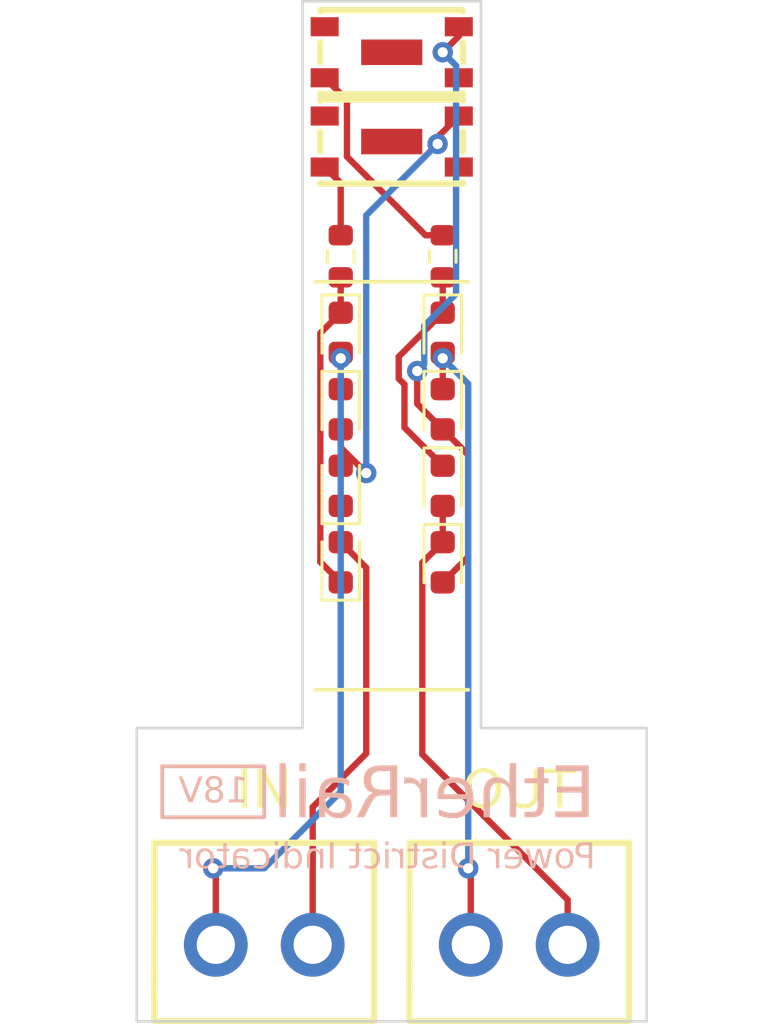
<source format=kicad_pcb>
(kicad_pcb (version 20221018) (generator pcbnew)
  (layers (0 "F.Cu" signal) (31 "B.Cu" signal) (34 "B.Paste" user) (35 "F.Paste" user) (36 "B.SilkS" user "B.Silkscreen") (37 "F.SilkS" user "F.Silkscreen") (38 "B.Mask" user) (39 "F.Mask" user) (44 "Edge.Cuts" user))
  (net 0 "")
  (net 1 "Net-(D1-K)")
  (net 2 "Net-(D1-A)")
  (net 3 "Net-(D2-A)")
  (net 4 "Net-(D3-K)")
  (net 5 "Net-(D5-K)")
  (net 6 "Net-(D5-A)")
  (net 7 "Net-(D6-A)")
  (net 8 "Net-(D7-A)")
  (net 9 "Net-(LED1-Pad3)")
  (net 10 "Net-(LED2-Pad3)")
  (footprint "Diode_SMD:D_0603_1608Metric" (layer "F.Cu") (at 87 52 -90)
    (fp_text reference "D6" hide)
    (fp_text value "D")
    (fp_line (start -1.485 -0.735) (end -1.485 0.735) (stroke (width 0.12)) (layer "F.SilkS"))
    (fp_line (start -1.485 0.735) (end 0.8 0.735) (stroke (width 0.12)) (layer "F.SilkS"))
    (fp_line (start 0.8 -0.735) (end -1.485 -0.735) (stroke (width 0.12)) (layer "F.SilkS"))
    (pad "1" smd roundrect (at -0.7875 0 270) (size 0.875 0.95) (layers "F.Cu" "F.Paste" "F.Mask") (net 5 "Net-(D5-K)"))
    (pad "2" smd roundrect (at 0.7875 0 270) (size 0.875 0.95) (layers "F.Cu" "F.Paste" "F.Mask") (net 7 "Net-(D6-A)"))
  )
  (footprint "Diode_SMD:D_0603_1608Metric" (layer "F.Cu") (at 83 55 90)
    (fp_text reference "D4" hide)
    (fp_text value "D")
    (fp_line (start -1.485 -0.735) (end -1.485 0.735) (stroke (width 0.12)) (layer "F.SilkS"))
    (fp_line (start -1.485 0.735) (end 0.8 0.735) (stroke (width 0.12)) (layer "F.SilkS"))
    (fp_line (start 0.8 -0.735) (end -1.485 -0.735) (stroke (width 0.12)) (layer "F.SilkS"))
    (pad "1" smd roundrect (at -0.7875 0 90) (size 0.875 0.95) (layers "F.Cu" "F.Paste" "F.Mask") (net 1 "Net-(D1-K)"))
    (pad "2" smd roundrect (at 0.7875 0 90) (size 0.875 0.95) (layers "F.Cu" "F.Paste" "F.Mask") (net 4 "Net-(D3-K)"))
  )
  (footprint "Diode_SMD:D_0603_1608Metric" (layer "F.Cu") (at 87 55 -90)
    (fp_text reference "D8" hide)
    (fp_text value "D")
    (fp_line (start -1.485 -0.735) (end -1.485 0.735) (stroke (width 0.12)) (layer "F.SilkS"))
    (fp_line (start -1.485 0.735) (end 0.8 0.735) (stroke (width 0.12)) (layer "F.SilkS"))
    (fp_line (start 0.8 -0.735) (end -1.485 -0.735) (stroke (width 0.12)) (layer "F.SilkS"))
    (pad "1" smd roundrect (at -0.7875 0 270) (size 0.875 0.95) (layers "F.Cu" "F.Paste" "F.Mask") (net 7 "Net-(D6-A)"))
    (pad "2" smd roundrect (at 0.7875 0 270) (size 0.875 0.95) (layers "F.Cu" "F.Paste" "F.Mask") (net 8 "Net-(D7-A)"))
  )
  (footprint "Resistor_SMD:R_0603_1608Metric" (layer "F.Cu") (at 87 43 90)
    (fp_text reference "R2" hide)
    (fp_text value "R220")
    (fp_line (start -0.237258 -0.5225) (end 0.237258 -0.5225) (stroke (width 0.12)) (layer "F.SilkS"))
    (fp_line (start -0.237258 0.5225) (end 0.237258 0.5225) (stroke (width 0.12)) (layer "F.SilkS"))
    (pad "1" smd roundrect (at -0.825 0 90) (size 0.8 0.95) (layers "F.Cu" "F.Paste" "F.Mask") (net 5 "Net-(D5-K)"))
    (pad "2" smd roundrect (at 0.825 0 90) (size 0.8 0.95) (layers "F.Cu" "F.Paste" "F.Mask") (net 10 "Net-(LED2-Pad3)"))
  )
  (footprint "LCSC:CONN-TH_2P-P3.81_DB2EVC-3.81-2P-BK" (layer "F.Cu") (at 90 70 180)
    (fp_text reference "CN2" hide)
    (fp_text value "DB2EVC-3.81-2P")
    (fp_line (start -4.3 -3) (end -4.3 4) (stroke (width 0.25)) (layer "F.SilkS"))
    (fp_line (start -4.3 -3) (end 4.3 -3) (stroke (width 0.25)) (layer "F.SilkS"))
    (fp_line (start -4.3 4) (end 4.3 4) (stroke (width 0.25)) (layer "F.SilkS"))
    (fp_line (start 4.31 -3) (end 4.3 4) (stroke (width 0.25)) (layer "F.SilkS"))
    (pad "1" thru_hole circle (at -1.9 0 180) (size 2.5 2.5) (drill 1.500022) (layers "*.Cu" "*.Mask") (net 7 "Net-(D6-A)"))
    (pad "2" thru_hole circle (at 1.9 0 180) (size 2.5 2.5) (drill 1.500022) (layers "*.Cu" "*.Mask") (net 6 "Net-(D5-A)"))
  )
  (footprint "Diode_SMD:D_0603_1608Metric" (layer "F.Cu") (at 83 46 -90)
    (fp_text reference "D1" hide)
    (fp_text value "D")
    (fp_line (start -1.485 -0.735) (end -1.485 0.735) (stroke (width 0.12)) (layer "F.SilkS"))
    (fp_line (start -1.485 0.735) (end 0.8 0.735) (stroke (width 0.12)) (layer "F.SilkS"))
    (fp_line (start 0.8 -0.735) (end -1.485 -0.735) (stroke (width 0.12)) (layer "F.SilkS"))
    (pad "1" smd roundrect (at -0.7875 0 270) (size 0.875 0.95) (layers "F.Cu" "F.Paste" "F.Mask") (net 1 "Net-(D1-K)"))
    (pad "2" smd roundrect (at 0.7875 0 270) (size 0.875 0.95) (layers "F.Cu" "F.Paste" "F.Mask") (net 2 "Net-(D1-A)"))
  )
  (footprint "LCSC:LED-SMD_62-217B-QK2C-S5757R1R3B42Z15-2T" (layer "F.Cu") (at 85 38.5)
    (fp_text reference "LED1" hide)
    (fp_text value "62-217B/QK2C-S5757R1R3B42Z15/2T")
    (fp_line (start -2.8 -1.65) (end -2.8 -1.6) (stroke (width 0.25)) (layer "F.SilkS"))
    (fp_line (start -2.8 -1.65) (end 2.8 -1.65) (stroke (width 0.25)) (layer "F.SilkS"))
    (fp_line (start -2.8 -0.39) (end -2.8 0.4) (stroke (width 0.25)) (layer "F.SilkS"))
    (fp_line (start -2.8 1.61) (end -2.8 1.65) (stroke (width 0.25)) (layer "F.SilkS"))
    (fp_line (start 2.79 -1.6) (end 2.79 -1.65) (stroke (width 0.25)) (layer "F.SilkS"))
    (fp_line (start 2.79 0.4) (end 2.79 -0.39) (stroke (width 0.25)) (layer "F.SilkS"))
    (fp_line (start 2.79 1.65) (end -2.81 1.65) (stroke (width 0.25)) (layer "F.SilkS"))
    (fp_line (start 2.79 1.65) (end 2.79 1.61) (stroke (width 0.25)) (layer "F.SilkS"))
    (pad "1" smd rect (at 2.63 -1 90) (size 0.75 1.1) (layers "F.Cu" "F.Paste" "F.Mask") (net 3 "Net-(D2-A)"))
    (pad "2" smd rect (at 2.63 1 90) (size 0.75 1.1) (layers "F.Cu" "F.Paste" "F.Mask"))
    (pad "3" smd rect (at -2.63 1 90) (size 0.75 1.1) (layers "F.Cu" "F.Paste" "F.Mask") (net 9 "Net-(LED1-Pad3)"))
    (pad "4" smd rect (at -2.63 -1 90) (size 0.75 1.1) (layers "F.Cu" "F.Paste" "F.Mask"))
    (pad "5" smd rect (at 0 0) (size 2.4 1) (layers "F.Cu" "F.Paste" "F.Mask"))
  )
  (footprint "Diode_SMD:D_0603_1608Metric" (layer "F.Cu") (at 83 52 90)
    (fp_text reference "D3" hide)
    (fp_text value "D")
    (fp_line (start -1.485 -0.735) (end -1.485 0.735) (stroke (width 0.12)) (layer "F.SilkS"))
    (fp_line (start -1.485 0.735) (end 0.8 0.735) (stroke (width 0.12)) (layer "F.SilkS"))
    (fp_line (start 0.8 -0.735) (end -1.485 -0.735) (stroke (width 0.12)) (layer "F.SilkS"))
    (pad "1" smd roundrect (at -0.7875 0 90) (size 0.875 0.95) (layers "F.Cu" "F.Paste" "F.Mask") (net 4 "Net-(D3-K)"))
    (pad "2" smd roundrect (at 0.7875 0 90) (size 0.875 0.95) (layers "F.Cu" "F.Paste" "F.Mask") (net 3 "Net-(D2-A)"))
  )
  (footprint "LCSC:CONN-TH_2P-P3.81_DB2EVC-3.81-2P-BK" (layer "F.Cu") (at 80 70 180)
    (fp_text reference "CN1" hide)
    (fp_text value "DB2EVC-3.81-2P")
    (fp_line (start -4.3 -3) (end -4.3 4) (stroke (width 0.25)) (layer "F.SilkS"))
    (fp_line (start -4.3 -3) (end 4.3 -3) (stroke (width 0.25)) (layer "F.SilkS"))
    (fp_line (start -4.3 4) (end 4.3 4) (stroke (width 0.25)) (layer "F.SilkS"))
    (fp_line (start 4.31 -3) (end 4.3 4) (stroke (width 0.25)) (layer "F.SilkS"))
    (pad "1" thru_hole circle (at -1.9 0 180) (size 2.5 2.5) (drill 1.500022) (layers "*.Cu" "*.Mask") (net 4 "Net-(D3-K)"))
    (pad "2" thru_hole circle (at 1.9 0 180) (size 2.5 2.5) (drill 1.500022) (layers "*.Cu" "*.Mask") (net 2 "Net-(D1-A)"))
  )
  (footprint "Diode_SMD:D_0603_1608Metric" (layer "F.Cu") (at 87 49 -90)
    (fp_text reference "D7" hide)
    (fp_text value "D")
    (fp_line (start -1.485 -0.735) (end -1.485 0.735) (stroke (width 0.12)) (layer "F.SilkS"))
    (fp_line (start -1.485 0.735) (end 0.8 0.735) (stroke (width 0.12)) (layer "F.SilkS"))
    (fp_line (start 0.8 -0.735) (end -1.485 -0.735) (stroke (width 0.12)) (layer "F.SilkS"))
    (pad "1" smd roundrect (at -0.7875 0 270) (size 0.875 0.95) (layers "F.Cu" "F.Paste" "F.Mask") (net 6 "Net-(D5-A)"))
    (pad "2" smd roundrect (at 0.7875 0 270) (size 0.875 0.95) (layers "F.Cu" "F.Paste" "F.Mask") (net 8 "Net-(D7-A)"))
  )
  (footprint "Diode_SMD:D_0603_1608Metric" (layer "F.Cu") (at 83 49 -90)
    (fp_text reference "D2" hide)
    (fp_text value "D")
    (fp_line (start -1.485 -0.735) (end -1.485 0.735) (stroke (width 0.12)) (layer "F.SilkS"))
    (fp_line (start -1.485 0.735) (end 0.8 0.735) (stroke (width 0.12)) (layer "F.SilkS"))
    (fp_line (start 0.8 -0.735) (end -1.485 -0.735) (stroke (width 0.12)) (layer "F.SilkS"))
    (pad "1" smd roundrect (at -0.7875 0 270) (size 0.875 0.95) (layers "F.Cu" "F.Paste" "F.Mask") (net 2 "Net-(D1-A)"))
    (pad "2" smd roundrect (at 0.7875 0 270) (size 0.875 0.95) (layers "F.Cu" "F.Paste" "F.Mask") (net 3 "Net-(D2-A)"))
  )
  (footprint "LCSC:LED-SMD_62-217B-QK2C-S5757R1R3B42Z15-2T" (layer "F.Cu") (at 85 35)
    (fp_text reference "LED2" hide)
    (fp_text value "62-217B/QK2C-S5757R1R3B42Z15/2T")
    (fp_line (start -2.8 -1.65) (end -2.8 -1.6) (stroke (width 0.25)) (layer "F.SilkS"))
    (fp_line (start -2.8 -1.65) (end 2.8 -1.65) (stroke (width 0.25)) (layer "F.SilkS"))
    (fp_line (start -2.8 -0.39) (end -2.8 0.4) (stroke (width 0.25)) (layer "F.SilkS"))
    (fp_line (start -2.8 1.61) (end -2.8 1.65) (stroke (width 0.25)) (layer "F.SilkS"))
    (fp_line (start 2.79 -1.6) (end 2.79 -1.65) (stroke (width 0.25)) (layer "F.SilkS"))
    (fp_line (start 2.79 0.4) (end 2.79 -0.39) (stroke (width 0.25)) (layer "F.SilkS"))
    (fp_line (start 2.79 1.65) (end -2.81 1.65) (stroke (width 0.25)) (layer "F.SilkS"))
    (fp_line (start 2.79 1.65) (end 2.79 1.61) (stroke (width 0.25)) (layer "F.SilkS"))
    (pad "1" smd rect (at 2.63 -1 90) (size 0.75 1.1) (layers "F.Cu" "F.Paste" "F.Mask") (net 8 "Net-(D7-A)"))
    (pad "2" smd rect (at 2.63 1 90) (size 0.75 1.1) (layers "F.Cu" "F.Paste" "F.Mask"))
    (pad "3" smd rect (at -2.63 1 90) (size 0.75 1.1) (layers "F.Cu" "F.Paste" "F.Mask") (net 10 "Net-(LED2-Pad3)"))
    (pad "4" smd rect (at -2.63 -1 90) (size 0.75 1.1) (layers "F.Cu" "F.Paste" "F.Mask"))
    (pad "5" smd rect (at 0 0) (size 2.4 1) (layers "F.Cu" "F.Paste" "F.Mask"))
  )
  (footprint "Resistor_SMD:R_0603_1608Metric" (layer "F.Cu") (at 83 43 90)
    (fp_text reference "R1" hide)
    (fp_text value "R220")
    (fp_line (start -0.237258 -0.5225) (end 0.237258 -0.5225) (stroke (width 0.12)) (layer "F.SilkS"))
    (fp_line (start -0.237258 0.5225) (end 0.237258 0.5225) (stroke (width 0.12)) (layer "F.SilkS"))
    (pad "1" smd roundrect (at -0.825 0 90) (size 0.8 0.95) (layers "F.Cu" "F.Paste" "F.Mask") (net 1 "Net-(D1-K)"))
    (pad "2" smd roundrect (at 0.825 0 90) (size 0.8 0.95) (layers "F.Cu" "F.Paste" "F.Mask") (net 9 "Net-(LED1-Pad3)"))
  )
  (footprint "Diode_SMD:D_0603_1608Metric" (layer "F.Cu") (at 87 46 -90)
    (fp_text reference "D5" hide)
    (fp_text value "D")
    (fp_line (start -1.485 -0.735) (end -1.485 0.735) (stroke (width 0.12)) (layer "F.SilkS"))
    (fp_line (start -1.485 0.735) (end 0.8 0.735) (stroke (width 0.12)) (layer "F.SilkS"))
    (fp_line (start 0.8 -0.735) (end -1.485 -0.735) (stroke (width 0.12)) (layer "F.SilkS"))
    (pad "1" smd roundrect (at -0.7875 0 270) (size 0.875 0.95) (layers "F.Cu" "F.Paste" "F.Mask") (net 5 "Net-(D5-K)"))
    (pad "2" smd roundrect (at 0.7875 0 270) (size 0.875 0.95) (layers "F.Cu" "F.Paste" "F.Mask") (net 6 "Net-(D5-A)"))
  )
  (gr_rect (start 76 63) (end 80 65) (stroke (width 0.15)) (fill none) (layer "B.SilkS"))
  (gr_line (start 88 60) (end 82 60) (stroke (width 0.15)) (layer "F.SilkS"))
  (gr_line (start 88 44) (end 82 44) (stroke (width 0.15)) (layer "F.SilkS"))
  (gr_poly (pts (xy 81.5 33) (xy 88.5 33) (xy 88.5 61.5) (xy 95 61.5) (xy 95 73) (xy 75 73) (xy 75 61.5) (xy 81.5 61.5)) (stroke (width 0.1)) (fill none) (layer "Edge.Cuts"))
  (gr_text "EtherRail" (at 93 63) (layer "B.SilkS") (effects (font (size 2 2)) (justify left top mirror)))
  (gr_text "Power District Indicator" (at 93 66) (layer "B.SilkS") (effects (font (size 1 1)) (justify left top mirror)))
  (gr_text "18V" (at 78 64) (layer "B.SilkS") (effects (font (size 1 1)) (justify mirror)))
  (gr_text "OUT" (at 90 64) (layer "F.SilkS") (effects (font (size 1.5 1.5))))
  (gr_text "IN" (at 80 64) (layer "F.SilkS") (effects (font (size 1.5 1.5))))
  (segment (start 82.2 54.9875) (end 82.2 46.0125) (width 0.25) (layer "F.Cu") (net 1))
  (segment (start 83 45.2125) (end 83 43.825) (width 0.25) (layer "F.Cu") (net 1))
  (segment (start 82.2 46.0125) (end 83 45.2125) (width 0.25) (layer "F.Cu") (net 1))
  (segment (start 83 55.7875) (end 82.2 54.9875) (width 0.25) (layer "F.Cu") (net 1))
  (segment (start 83 46.7875) (end 83 48.2125) (width 0.25) (layer "F.Cu") (net 2))
  (segment (start 78.1 67.1) (end 78 67) (width 0.25) (layer "F.Cu") (net 2))
  (segment (start 78.1 70) (end 78.1 67.1) (width 0.25) (layer "F.Cu") (net 2))
  (via (at 83 47) (size 0.8) (drill 0.4) (layers "F.Cu" "B.Cu") (net 2))
  (via (at 78 67) (size 0.8) (drill 0.4) (layers "F.Cu" "B.Cu") (net 2))
  (segment (start 80 67) (end 78 67) (width 0.25) (layer "B.Cu") (net 2))
  (segment (start 83 64) (end 80 67) (width 0.25) (layer "B.Cu") (net 2))
  (segment (start 83 47) (end 83 64) (width 0.25) (layer "B.Cu") (net 2))
  (segment (start 86.799502 38.595448) (end 86.799502 38.330498) (width 0.25) (layer "F.Cu") (net 3))
  (segment (start 83 49.7875) (end 83 51.2125) (width 0.25) (layer "F.Cu") (net 3))
  (segment (start 84 51.5) (end 83 50.5) (width 0.25) (layer "F.Cu") (net 3))
  (segment (start 86.799502 38.330498) (end 87.63 37.5) (width 0.25) (layer "F.Cu") (net 3))
  (segment (start 83 50.5) (end 83 49.7875) (width 0.25) (layer "F.Cu") (net 3))
  (via (at 84 51.5) (size 0.8) (drill 0.4) (layers "F.Cu" "B.Cu") (net 3))
  (via (at 86.799502 38.595448) (size 0.8) (drill 0.4) (layers "F.Cu" "B.Cu") (net 3))
  (segment (start 84 51.5) (end 84 41.39495) (width 0.25) (layer "B.Cu") (net 3))
  (segment (start 84 41.39495) (end 86.799502 38.595448) (width 0.25) (layer "B.Cu") (net 3))
  (segment (start 84 62.5) (end 84 55.2125) (width 0.25) (layer "F.Cu") (net 4))
  (segment (start 84 55.2125) (end 83 54.2125) (width 0.25) (layer "F.Cu") (net 4))
  (segment (start 81.9 64.6) (end 84 62.5) (width 0.25) (layer "F.Cu") (net 4))
  (segment (start 83 54.2125) (end 83 52.7875) (width 0.25) (layer "F.Cu") (net 4))
  (segment (start 81.9 70) (end 81.9 64.6) (width 0.25) (layer "F.Cu") (net 4))
  (segment (start 87 45.2125) (end 85.275 46.9375) (width 0.25) (layer "F.Cu") (net 5))
  (segment (start 85.275 47.800305) (end 85.5 48.025305) (width 0.25) (layer "F.Cu") (net 5))
  (segment (start 85.275 46.9375) (end 85.275 47.800305) (width 0.25) (layer "F.Cu") (net 5))
  (segment (start 85.5 49.7125) (end 87 51.2125) (width 0.25) (layer "F.Cu") (net 5))
  (segment (start 85.5 48.025305) (end 85.5 49.7125) (width 0.25) (layer "F.Cu") (net 5))
  (segment (start 87 45.2125) (end 87 43.825) (width 0.25) (layer "F.Cu") (net 5))
  (segment (start 87 48.2125) (end 87 46.7875) (width 0.25) (layer "F.Cu") (net 6))
  (segment (start 88.1 67.1) (end 88 67) (width 0.25) (layer "F.Cu") (net 6))
  (segment (start 88.1 70) (end 88.1 67.1) (width 0.25) (layer "F.Cu") (net 6))
  (via (at 88 67) (size 0.8) (drill 0.4) (layers "F.Cu" "B.Cu") (net 6))
  (via (at 87 47) (size 0.8) (drill 0.4) (layers "F.Cu" "B.Cu") (net 6))
  (segment (start 88 67) (end 88 48) (width 0.25) (layer "B.Cu") (net 6))
  (segment (start 88 48) (end 87 47) (width 0.25) (layer "B.Cu") (net 6))
  (segment (start 91.9 68.232234) (end 86.2 62.532234) (width 0.25) (layer "F.Cu") (net 7))
  (segment (start 87 52.7875) (end 87 54.2125) (width 0.25) (layer "F.Cu") (net 7))
  (segment (start 86.2 55.0125) (end 87 54.2125) (width 0.25) (layer "F.Cu") (net 7))
  (segment (start 91.9 70) (end 91.9 68.232234) (width 0.25) (layer "F.Cu") (net 7))
  (segment (start 86.2 62.532234) (end 86.2 55.0125) (width 0.25) (layer "F.Cu") (net 7))
  (segment (start 86 48.7875) (end 87 49.7875) (width 0.25) (layer "F.Cu") (net 8))
  (segment (start 88 50.7875) (end 88 54.7875) (width 0.25) (layer "F.Cu") (net 8))
  (segment (start 86 47.5) (end 86 48.7875) (width 0.25) (layer "F.Cu") (net 8))
  (segment (start 87.63 34.37) (end 87 35) (width 0.25) (layer "F.Cu") (net 8))
  (segment (start 87 49.7875) (end 88 50.7875) (width 0.25) (layer "F.Cu") (net 8))
  (segment (start 88 54.7875) (end 87 55.7875) (width 0.25) (layer "F.Cu") (net 8))
  (segment (start 87.63 34) (end 87.63 34.37) (width 0.25) (layer "F.Cu") (net 8))
  (via (at 86 47.5) (size 0.8) (drill 0.4) (layers "F.Cu" "B.Cu") (net 8))
  (via (at 87 35) (size 0.8) (drill 0.4) (layers "F.Cu" "B.Cu") (net 8))
  (segment (start 87.524502 44.475498) (end 87.524502 35.524502) (width 0.25) (layer "B.Cu") (net 8))
  (segment (start 86.275 47.225) (end 86.275 45.725) (width 0.25) (layer "B.Cu") (net 8))
  (segment (start 87.524502 35.524502) (end 87 35) (width 0.25) (layer "B.Cu") (net 8))
  (segment (start 86.275 45.725) (end 87.524502 44.475498) (width 0.25) (layer "B.Cu") (net 8))
  (segment (start 86 47.5) (end 86.275 47.225) (width 0.25) (layer "B.Cu") (net 8))
  (segment (start 83 40.13) (end 82.37 39.5) (width 0.25) (layer "F.Cu") (net 9))
  (segment (start 83 42.175) (end 83 40.13) (width 0.25) (layer "F.Cu") (net 9))
  (segment (start 87 42.175) (end 86.325 42.175) (width 0.25) (layer "F.Cu") (net 10))
  (segment (start 86.325 42.175) (end 83.245 39.095) (width 0.25) (layer "F.Cu") (net 10))
  (segment (start 83.245 36.875) (end 82.37 36) (width 0.25) (layer "F.Cu") (net 10))
  (segment (start 83.245 39.095) (end 83.245 36.875) (width 0.25) (layer "F.Cu") (net 10))
)
</source>
